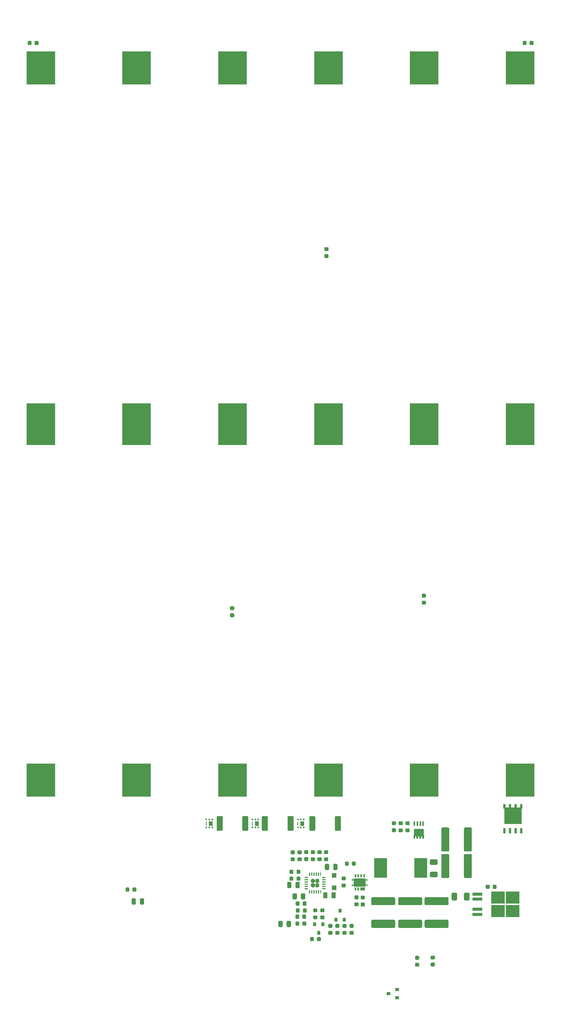
<source format=gbr>
G04 #@! TF.GenerationSoftware,KiCad,Pcbnew,(5.1.8)-1*
G04 #@! TF.CreationDate,2020-11-24T12:39:14-03:30*
G04 #@! TF.ProjectId,chum-bucket,6368756d-2d62-4756-936b-65742e6b6963,rev?*
G04 #@! TF.SameCoordinates,Original*
G04 #@! TF.FileFunction,Paste,Bot*
G04 #@! TF.FilePolarity,Positive*
%FSLAX46Y46*%
G04 Gerber Fmt 4.6, Leading zero omitted, Abs format (unit mm)*
G04 Created by KiCad (PCBNEW (5.1.8)-1) date 2020-11-24 12:39:14*
%MOMM*%
%LPD*%
G01*
G04 APERTURE LIST*
%ADD10R,6.470000X7.460000*%
%ADD11R,1.100000X1.100000*%
%ADD12R,0.800000X0.900000*%
%ADD13R,0.405000X0.990000*%
%ADD14C,0.100000*%
%ADD15R,0.900000X0.800000*%
%ADD16R,0.230000X0.820000*%
%ADD17R,0.950000X1.000000*%
%ADD18R,0.300000X0.325000*%
%ADD19R,0.610000X1.270000*%
%ADD20R,0.610000X1.020000*%
%ADD21R,3.910000X3.810000*%
%ADD22R,2.200000X0.800000*%
%ADD23R,3.050000X2.750000*%
%ADD24R,0.440000X0.650000*%
%ADD25R,2.800000X1.900000*%
%ADD26R,1.090000X0.650000*%
%ADD27R,0.350000X0.300000*%
%ADD28R,2.950000X4.500000*%
G04 APERTURE END LIST*
D10*
X176600000Y-38660000D03*
X176600000Y-118000000D03*
X154950000Y-38660000D03*
X154950000Y-118000000D03*
X133300000Y-38660000D03*
X133300000Y-118000000D03*
X111650000Y-38660000D03*
X111650000Y-118000000D03*
X90000000Y-38660000D03*
X90000000Y-118000000D03*
X90000000Y-199340000D03*
X90000000Y-120000000D03*
X111650000Y-199340000D03*
X111650000Y-120000000D03*
X133300000Y-199340000D03*
X133300000Y-120000000D03*
X154950000Y-199340000D03*
X154950000Y-120000000D03*
X176600000Y-199340000D03*
X176600000Y-120000000D03*
X198250000Y-38660000D03*
X198250000Y-118000000D03*
X198250000Y-199340000D03*
X198250000Y-120000000D03*
G36*
G01*
X87062500Y-33256250D02*
X87062500Y-32743750D01*
G75*
G02*
X87281250Y-32525000I218750J0D01*
G01*
X87718750Y-32525000D01*
G75*
G02*
X87937500Y-32743750I0J-218750D01*
G01*
X87937500Y-33256250D01*
G75*
G02*
X87718750Y-33475000I-218750J0D01*
G01*
X87281250Y-33475000D01*
G75*
G02*
X87062500Y-33256250I0J218750D01*
G01*
G37*
G36*
G01*
X88637500Y-33256250D02*
X88637500Y-32743750D01*
G75*
G02*
X88856250Y-32525000I218750J0D01*
G01*
X89293750Y-32525000D01*
G75*
G02*
X89512500Y-32743750I0J-218750D01*
G01*
X89512500Y-33256250D01*
G75*
G02*
X89293750Y-33475000I-218750J0D01*
G01*
X88856250Y-33475000D01*
G75*
G02*
X88637500Y-33256250I0J218750D01*
G01*
G37*
G36*
G01*
X199687500Y-32743750D02*
X199687500Y-33256250D01*
G75*
G02*
X199468750Y-33475000I-218750J0D01*
G01*
X199031250Y-33475000D01*
G75*
G02*
X198812500Y-33256250I0J218750D01*
G01*
X198812500Y-32743750D01*
G75*
G02*
X199031250Y-32525000I218750J0D01*
G01*
X199468750Y-32525000D01*
G75*
G02*
X199687500Y-32743750I0J-218750D01*
G01*
G37*
G36*
G01*
X201262500Y-32743750D02*
X201262500Y-33256250D01*
G75*
G02*
X201043750Y-33475000I-218750J0D01*
G01*
X200606250Y-33475000D01*
G75*
G02*
X200387500Y-33256250I0J218750D01*
G01*
X200387500Y-32743750D01*
G75*
G02*
X200606250Y-32525000I218750J0D01*
G01*
X201043750Y-32525000D01*
G75*
G02*
X201262500Y-32743750I0J-218750D01*
G01*
G37*
G36*
G01*
X147512500Y-223456250D02*
X147512500Y-222543750D01*
G75*
G02*
X147756250Y-222300000I243750J0D01*
G01*
X148243750Y-222300000D01*
G75*
G02*
X148487500Y-222543750I0J-243750D01*
G01*
X148487500Y-223456250D01*
G75*
G02*
X148243750Y-223700000I-243750J0D01*
G01*
X147756250Y-223700000D01*
G75*
G02*
X147512500Y-223456250I0J243750D01*
G01*
G37*
G36*
G01*
X145637500Y-223456250D02*
X145637500Y-222543750D01*
G75*
G02*
X145881250Y-222300000I243750J0D01*
G01*
X146368750Y-222300000D01*
G75*
G02*
X146612500Y-222543750I0J-243750D01*
G01*
X146612500Y-223456250D01*
G75*
G02*
X146368750Y-223700000I-243750J0D01*
G01*
X145881250Y-223700000D01*
G75*
G02*
X145637500Y-223456250I0J243750D01*
G01*
G37*
G36*
G01*
X154744000Y-224841750D02*
X154744000Y-225754250D01*
G75*
G02*
X154500250Y-225998000I-243750J0D01*
G01*
X154012750Y-225998000D01*
G75*
G02*
X153769000Y-225754250I0J243750D01*
G01*
X153769000Y-224841750D01*
G75*
G02*
X154012750Y-224598000I243750J0D01*
G01*
X154500250Y-224598000D01*
G75*
G02*
X154744000Y-224841750I0J-243750D01*
G01*
G37*
G36*
G01*
X156619000Y-224841750D02*
X156619000Y-225754250D01*
G75*
G02*
X156375250Y-225998000I-243750J0D01*
G01*
X155887750Y-225998000D01*
G75*
G02*
X155644000Y-225754250I0J243750D01*
G01*
X155644000Y-224841750D01*
G75*
G02*
X155887750Y-224598000I243750J0D01*
G01*
X156375250Y-224598000D01*
G75*
G02*
X156619000Y-224841750I0J-243750D01*
G01*
G37*
G36*
G01*
X161033750Y-225343000D02*
X161546250Y-225343000D01*
G75*
G02*
X161765000Y-225561750I0J-218750D01*
G01*
X161765000Y-225999250D01*
G75*
G02*
X161546250Y-226218000I-218750J0D01*
G01*
X161033750Y-226218000D01*
G75*
G02*
X160815000Y-225999250I0J218750D01*
G01*
X160815000Y-225561750D01*
G75*
G02*
X161033750Y-225343000I218750J0D01*
G01*
G37*
G36*
G01*
X161033750Y-226918000D02*
X161546250Y-226918000D01*
G75*
G02*
X161765000Y-227136750I0J-218750D01*
G01*
X161765000Y-227574250D01*
G75*
G02*
X161546250Y-227793000I-218750J0D01*
G01*
X161033750Y-227793000D01*
G75*
G02*
X160815000Y-227574250I0J218750D01*
G01*
X160815000Y-227136750D01*
G75*
G02*
X161033750Y-226918000I218750J0D01*
G01*
G37*
G36*
G01*
X162443750Y-225375000D02*
X162956250Y-225375000D01*
G75*
G02*
X163175000Y-225593750I0J-218750D01*
G01*
X163175000Y-226031250D01*
G75*
G02*
X162956250Y-226250000I-218750J0D01*
G01*
X162443750Y-226250000D01*
G75*
G02*
X162225000Y-226031250I0J218750D01*
G01*
X162225000Y-225593750D01*
G75*
G02*
X162443750Y-225375000I218750J0D01*
G01*
G37*
G36*
G01*
X162443750Y-226950000D02*
X162956250Y-226950000D01*
G75*
G02*
X163175000Y-227168750I0J-218750D01*
G01*
X163175000Y-227606250D01*
G75*
G02*
X162956250Y-227825000I-218750J0D01*
G01*
X162443750Y-227825000D01*
G75*
G02*
X162225000Y-227606250I0J218750D01*
G01*
X162225000Y-227168750D01*
G75*
G02*
X162443750Y-226950000I218750J0D01*
G01*
G37*
G36*
G01*
X170972000Y-230843500D02*
X175872000Y-230843500D01*
G75*
G02*
X176122000Y-231093500I0J-250000D01*
G01*
X176122000Y-232393500D01*
G75*
G02*
X175872000Y-232643500I-250000J0D01*
G01*
X170972000Y-232643500D01*
G75*
G02*
X170722000Y-232393500I0J250000D01*
G01*
X170722000Y-231093500D01*
G75*
G02*
X170972000Y-230843500I250000J0D01*
G01*
G37*
G36*
G01*
X170972000Y-225743500D02*
X175872000Y-225743500D01*
G75*
G02*
X176122000Y-225993500I0J-250000D01*
G01*
X176122000Y-227293500D01*
G75*
G02*
X175872000Y-227543500I-250000J0D01*
G01*
X170972000Y-227543500D01*
G75*
G02*
X170722000Y-227293500I0J250000D01*
G01*
X170722000Y-225993500D01*
G75*
G02*
X170972000Y-225743500I250000J0D01*
G01*
G37*
G36*
G01*
X149725000Y-225095750D02*
X149725000Y-226008250D01*
G75*
G02*
X149481250Y-226252000I-243750J0D01*
G01*
X148993750Y-226252000D01*
G75*
G02*
X148750000Y-226008250I0J243750D01*
G01*
X148750000Y-225095750D01*
G75*
G02*
X148993750Y-224852000I243750J0D01*
G01*
X149481250Y-224852000D01*
G75*
G02*
X149725000Y-225095750I0J-243750D01*
G01*
G37*
G36*
G01*
X147850000Y-225095750D02*
X147850000Y-226008250D01*
G75*
G02*
X147606250Y-226252000I-243750J0D01*
G01*
X147118750Y-226252000D01*
G75*
G02*
X146875000Y-226008250I0J243750D01*
G01*
X146875000Y-225095750D01*
G75*
G02*
X147118750Y-224852000I243750J0D01*
G01*
X147606250Y-224852000D01*
G75*
G02*
X147850000Y-225095750I0J-243750D01*
G01*
G37*
G36*
G01*
X154162500Y-219356250D02*
X154162500Y-218443750D01*
G75*
G02*
X154406250Y-218200000I243750J0D01*
G01*
X154893750Y-218200000D01*
G75*
G02*
X155137500Y-218443750I0J-243750D01*
G01*
X155137500Y-219356250D01*
G75*
G02*
X154893750Y-219600000I-243750J0D01*
G01*
X154406250Y-219600000D01*
G75*
G02*
X154162500Y-219356250I0J243750D01*
G01*
G37*
G36*
G01*
X156037500Y-219356250D02*
X156037500Y-218443750D01*
G75*
G02*
X156281250Y-218200000I243750J0D01*
G01*
X156768750Y-218200000D01*
G75*
G02*
X157012500Y-218443750I0J-243750D01*
G01*
X157012500Y-219356250D01*
G75*
G02*
X156768750Y-219600000I-243750J0D01*
G01*
X156281250Y-219600000D01*
G75*
G02*
X156037500Y-219356250I0J243750D01*
G01*
G37*
G36*
G01*
X176941000Y-225743500D02*
X181841000Y-225743500D01*
G75*
G02*
X182091000Y-225993500I0J-250000D01*
G01*
X182091000Y-227293500D01*
G75*
G02*
X181841000Y-227543500I-250000J0D01*
G01*
X176941000Y-227543500D01*
G75*
G02*
X176691000Y-227293500I0J250000D01*
G01*
X176691000Y-225993500D01*
G75*
G02*
X176941000Y-225743500I250000J0D01*
G01*
G37*
G36*
G01*
X176941000Y-230843500D02*
X181841000Y-230843500D01*
G75*
G02*
X182091000Y-231093500I0J-250000D01*
G01*
X182091000Y-232393500D01*
G75*
G02*
X181841000Y-232643500I-250000J0D01*
G01*
X176941000Y-232643500D01*
G75*
G02*
X176691000Y-232393500I0J250000D01*
G01*
X176691000Y-231093500D01*
G75*
G02*
X176941000Y-230843500I250000J0D01*
G01*
G37*
G36*
G01*
X158656250Y-223525000D02*
X158143750Y-223525000D01*
G75*
G02*
X157925000Y-223306250I0J218750D01*
G01*
X157925000Y-222868750D01*
G75*
G02*
X158143750Y-222650000I218750J0D01*
G01*
X158656250Y-222650000D01*
G75*
G02*
X158875000Y-222868750I0J-218750D01*
G01*
X158875000Y-223306250D01*
G75*
G02*
X158656250Y-223525000I-218750J0D01*
G01*
G37*
G36*
G01*
X158656250Y-221950000D02*
X158143750Y-221950000D01*
G75*
G02*
X157925000Y-221731250I0J218750D01*
G01*
X157925000Y-221293750D01*
G75*
G02*
X158143750Y-221075000I218750J0D01*
G01*
X158656250Y-221075000D01*
G75*
G02*
X158875000Y-221293750I0J-218750D01*
G01*
X158875000Y-221731250D01*
G75*
G02*
X158656250Y-221950000I-218750J0D01*
G01*
G37*
G36*
G01*
X164876000Y-225743500D02*
X169776000Y-225743500D01*
G75*
G02*
X170026000Y-225993500I0J-250000D01*
G01*
X170026000Y-227293500D01*
G75*
G02*
X169776000Y-227543500I-250000J0D01*
G01*
X164876000Y-227543500D01*
G75*
G02*
X164626000Y-227293500I0J250000D01*
G01*
X164626000Y-225993500D01*
G75*
G02*
X164876000Y-225743500I250000J0D01*
G01*
G37*
G36*
G01*
X164876000Y-230843500D02*
X169776000Y-230843500D01*
G75*
G02*
X170026000Y-231093500I0J-250000D01*
G01*
X170026000Y-232393500D01*
G75*
G02*
X169776000Y-232643500I-250000J0D01*
G01*
X164876000Y-232643500D01*
G75*
G02*
X164626000Y-232393500I0J250000D01*
G01*
X164626000Y-231093500D01*
G75*
G02*
X164876000Y-230843500I250000J0D01*
G01*
G37*
G36*
G01*
X147612500Y-228986250D02*
X147612500Y-228473750D01*
G75*
G02*
X147831250Y-228255000I218750J0D01*
G01*
X148268750Y-228255000D01*
G75*
G02*
X148487500Y-228473750I0J-218750D01*
G01*
X148487500Y-228986250D01*
G75*
G02*
X148268750Y-229205000I-218750J0D01*
G01*
X147831250Y-229205000D01*
G75*
G02*
X147612500Y-228986250I0J218750D01*
G01*
G37*
G36*
G01*
X149187500Y-228986250D02*
X149187500Y-228473750D01*
G75*
G02*
X149406250Y-228255000I218750J0D01*
G01*
X149843750Y-228255000D01*
G75*
G02*
X150062500Y-228473750I0J-218750D01*
G01*
X150062500Y-228986250D01*
G75*
G02*
X149843750Y-229205000I-218750J0D01*
G01*
X149406250Y-229205000D01*
G75*
G02*
X149187500Y-228986250I0J218750D01*
G01*
G37*
G36*
G01*
X146643750Y-216750000D02*
X147156250Y-216750000D01*
G75*
G02*
X147375000Y-216968750I0J-218750D01*
G01*
X147375000Y-217406250D01*
G75*
G02*
X147156250Y-217625000I-218750J0D01*
G01*
X146643750Y-217625000D01*
G75*
G02*
X146425000Y-217406250I0J218750D01*
G01*
X146425000Y-216968750D01*
G75*
G02*
X146643750Y-216750000I218750J0D01*
G01*
G37*
G36*
G01*
X146643750Y-215175000D02*
X147156250Y-215175000D01*
G75*
G02*
X147375000Y-215393750I0J-218750D01*
G01*
X147375000Y-215831250D01*
G75*
G02*
X147156250Y-216050000I-218750J0D01*
G01*
X146643750Y-216050000D01*
G75*
G02*
X146425000Y-215831250I0J218750D01*
G01*
X146425000Y-215393750D01*
G75*
G02*
X146643750Y-215175000I218750J0D01*
G01*
G37*
G36*
G01*
X148193750Y-215175000D02*
X148706250Y-215175000D01*
G75*
G02*
X148925000Y-215393750I0J-218750D01*
G01*
X148925000Y-215831250D01*
G75*
G02*
X148706250Y-216050000I-218750J0D01*
G01*
X148193750Y-216050000D01*
G75*
G02*
X147975000Y-215831250I0J218750D01*
G01*
X147975000Y-215393750D01*
G75*
G02*
X148193750Y-215175000I218750J0D01*
G01*
G37*
G36*
G01*
X148193750Y-216750000D02*
X148706250Y-216750000D01*
G75*
G02*
X148925000Y-216968750I0J-218750D01*
G01*
X148925000Y-217406250D01*
G75*
G02*
X148706250Y-217625000I-218750J0D01*
G01*
X148193750Y-217625000D01*
G75*
G02*
X147975000Y-217406250I0J218750D01*
G01*
X147975000Y-216968750D01*
G75*
G02*
X148193750Y-216750000I218750J0D01*
G01*
G37*
G36*
G01*
X185556000Y-215175000D02*
X185556000Y-210275000D01*
G75*
G02*
X185806000Y-210025000I250000J0D01*
G01*
X187106000Y-210025000D01*
G75*
G02*
X187356000Y-210275000I0J-250000D01*
G01*
X187356000Y-215175000D01*
G75*
G02*
X187106000Y-215425000I-250000J0D01*
G01*
X185806000Y-215425000D01*
G75*
G02*
X185556000Y-215175000I0J250000D01*
G01*
G37*
G36*
G01*
X180456000Y-215175000D02*
X180456000Y-210275000D01*
G75*
G02*
X180706000Y-210025000I250000J0D01*
G01*
X182006000Y-210025000D01*
G75*
G02*
X182256000Y-210275000I0J-250000D01*
G01*
X182256000Y-215175000D01*
G75*
G02*
X182006000Y-215425000I-250000J0D01*
G01*
X180706000Y-215425000D01*
G75*
G02*
X180456000Y-215175000I0J250000D01*
G01*
G37*
G36*
G01*
X180446000Y-221144000D02*
X180446000Y-216244000D01*
G75*
G02*
X180696000Y-215994000I250000J0D01*
G01*
X181996000Y-215994000D01*
G75*
G02*
X182246000Y-216244000I0J-250000D01*
G01*
X182246000Y-221144000D01*
G75*
G02*
X181996000Y-221394000I-250000J0D01*
G01*
X180696000Y-221394000D01*
G75*
G02*
X180446000Y-221144000I0J250000D01*
G01*
G37*
G36*
G01*
X185546000Y-221144000D02*
X185546000Y-216244000D01*
G75*
G02*
X185796000Y-215994000I250000J0D01*
G01*
X187096000Y-215994000D01*
G75*
G02*
X187346000Y-216244000I0J-250000D01*
G01*
X187346000Y-221144000D01*
G75*
G02*
X187096000Y-221394000I-250000J0D01*
G01*
X185796000Y-221394000D01*
G75*
G02*
X185546000Y-221144000I0J250000D01*
G01*
G37*
G36*
G01*
X156743750Y-231762500D02*
X157256250Y-231762500D01*
G75*
G02*
X157475000Y-231981250I0J-218750D01*
G01*
X157475000Y-232418750D01*
G75*
G02*
X157256250Y-232637500I-218750J0D01*
G01*
X156743750Y-232637500D01*
G75*
G02*
X156525000Y-232418750I0J218750D01*
G01*
X156525000Y-231981250D01*
G75*
G02*
X156743750Y-231762500I218750J0D01*
G01*
G37*
G36*
G01*
X156743750Y-233337500D02*
X157256250Y-233337500D01*
G75*
G02*
X157475000Y-233556250I0J-218750D01*
G01*
X157475000Y-233993750D01*
G75*
G02*
X157256250Y-234212500I-218750J0D01*
G01*
X156743750Y-234212500D01*
G75*
G02*
X156525000Y-233993750I0J218750D01*
G01*
X156525000Y-233556250D01*
G75*
G02*
X156743750Y-233337500I218750J0D01*
G01*
G37*
G36*
G01*
X153244000Y-234947750D02*
X153244000Y-235460250D01*
G75*
G02*
X153025250Y-235679000I-218750J0D01*
G01*
X152587750Y-235679000D01*
G75*
G02*
X152369000Y-235460250I0J218750D01*
G01*
X152369000Y-234947750D01*
G75*
G02*
X152587750Y-234729000I218750J0D01*
G01*
X153025250Y-234729000D01*
G75*
G02*
X153244000Y-234947750I0J-218750D01*
G01*
G37*
G36*
G01*
X151669000Y-234947750D02*
X151669000Y-235460250D01*
G75*
G02*
X151450250Y-235679000I-218750J0D01*
G01*
X151012750Y-235679000D01*
G75*
G02*
X150794000Y-235460250I0J218750D01*
G01*
X150794000Y-234947750D01*
G75*
G02*
X151012750Y-234729000I218750J0D01*
G01*
X151450250Y-234729000D01*
G75*
G02*
X151669000Y-234947750I0J-218750D01*
G01*
G37*
G36*
G01*
X158675000Y-218442250D02*
X158675000Y-217929750D01*
G75*
G02*
X158893750Y-217711000I218750J0D01*
G01*
X159331250Y-217711000D01*
G75*
G02*
X159550000Y-217929750I0J-218750D01*
G01*
X159550000Y-218442250D01*
G75*
G02*
X159331250Y-218661000I-218750J0D01*
G01*
X158893750Y-218661000D01*
G75*
G02*
X158675000Y-218442250I0J218750D01*
G01*
G37*
G36*
G01*
X160250000Y-218442250D02*
X160250000Y-217929750D01*
G75*
G02*
X160468750Y-217711000I218750J0D01*
G01*
X160906250Y-217711000D01*
G75*
G02*
X161125000Y-217929750I0J-218750D01*
G01*
X161125000Y-218442250D01*
G75*
G02*
X160906250Y-218661000I-218750J0D01*
G01*
X160468750Y-218661000D01*
G75*
G02*
X160250000Y-218442250I0J218750D01*
G01*
G37*
G36*
G01*
X112385500Y-227151250D02*
X112385500Y-226238750D01*
G75*
G02*
X112629250Y-225995000I243750J0D01*
G01*
X113116750Y-225995000D01*
G75*
G02*
X113360500Y-226238750I0J-243750D01*
G01*
X113360500Y-227151250D01*
G75*
G02*
X113116750Y-227395000I-243750J0D01*
G01*
X112629250Y-227395000D01*
G75*
G02*
X112385500Y-227151250I0J243750D01*
G01*
G37*
G36*
G01*
X110510500Y-227151250D02*
X110510500Y-226238750D01*
G75*
G02*
X110754250Y-225995000I243750J0D01*
G01*
X111241750Y-225995000D01*
G75*
G02*
X111485500Y-226238750I0J-243750D01*
G01*
X111485500Y-227151250D01*
G75*
G02*
X111241750Y-227395000I-243750J0D01*
G01*
X110754250Y-227395000D01*
G75*
G02*
X110510500Y-227151250I0J243750D01*
G01*
G37*
G36*
G01*
X145532500Y-232231250D02*
X145532500Y-231318750D01*
G75*
G02*
X145776250Y-231075000I243750J0D01*
G01*
X146263750Y-231075000D01*
G75*
G02*
X146507500Y-231318750I0J-243750D01*
G01*
X146507500Y-232231250D01*
G75*
G02*
X146263750Y-232475000I-243750J0D01*
G01*
X145776250Y-232475000D01*
G75*
G02*
X145532500Y-232231250I0J243750D01*
G01*
G37*
G36*
G01*
X143657500Y-232231250D02*
X143657500Y-231318750D01*
G75*
G02*
X143901250Y-231075000I243750J0D01*
G01*
X144388750Y-231075000D01*
G75*
G02*
X144632500Y-231318750I0J-243750D01*
G01*
X144632500Y-232231250D01*
G75*
G02*
X144388750Y-232475000I-243750J0D01*
G01*
X143901250Y-232475000D01*
G75*
G02*
X143657500Y-232231250I0J243750D01*
G01*
G37*
D11*
X156250000Y-223600000D03*
X156250000Y-220800000D03*
D12*
X157600000Y-228800000D03*
X156650000Y-230800000D03*
X158550000Y-230800000D03*
X151850000Y-231800000D03*
X153750000Y-231800000D03*
X152800000Y-233800000D03*
D13*
X175030000Y-209177000D03*
X174370000Y-209177000D03*
D14*
G36*
X176147500Y-212542000D02*
G01*
X176147500Y-212032000D01*
X175892500Y-212032000D01*
X175892500Y-212542000D01*
X175487500Y-212542000D01*
X175487500Y-212032000D01*
X175232500Y-212032000D01*
X175232500Y-212542000D01*
X174827500Y-212542000D01*
X174827500Y-212032000D01*
X174572500Y-212032000D01*
X174572500Y-212542000D01*
X174165000Y-212542000D01*
X174165000Y-211782000D01*
X174242500Y-211782000D01*
X174242500Y-210307000D01*
X176477500Y-210307000D01*
X176477500Y-211782000D01*
X176555000Y-211782000D01*
X176555000Y-212542000D01*
X176147500Y-212542000D01*
G37*
D13*
X175690000Y-209177000D03*
X176350000Y-209177000D03*
D15*
X170500000Y-246550000D03*
X170500000Y-248450000D03*
X168500000Y-247500000D03*
D16*
X148065000Y-209100000D03*
D17*
X149075000Y-209100000D03*
D18*
X148100000Y-208237500D03*
X149400000Y-208237500D03*
X148750000Y-208237500D03*
X148100000Y-209962500D03*
X149400000Y-209962500D03*
X148750000Y-209962500D03*
X138450000Y-209962500D03*
X139100000Y-209962500D03*
X137800000Y-209962500D03*
X138450000Y-208237500D03*
X139100000Y-208237500D03*
X137800000Y-208237500D03*
D17*
X138775000Y-209100000D03*
D16*
X137765000Y-209100000D03*
D18*
X128050000Y-209962500D03*
X128700000Y-209962500D03*
X127400000Y-209962500D03*
X128050000Y-208237500D03*
X128700000Y-208237500D03*
X127400000Y-208237500D03*
D17*
X128375000Y-209100000D03*
D16*
X127365000Y-209100000D03*
D19*
X194691000Y-210742000D03*
D20*
X197231000Y-205277000D03*
D19*
X195961000Y-210742000D03*
X198501000Y-210742000D03*
D20*
X194691000Y-205277000D03*
D21*
X196596000Y-207382000D03*
D20*
X198501000Y-205277000D03*
X195961000Y-205277000D03*
D19*
X197231000Y-210742000D03*
G36*
G01*
X146175000Y-221806250D02*
X146175000Y-221293750D01*
G75*
G02*
X146393750Y-221075000I218750J0D01*
G01*
X146831250Y-221075000D01*
G75*
G02*
X147050000Y-221293750I0J-218750D01*
G01*
X147050000Y-221806250D01*
G75*
G02*
X146831250Y-222025000I-218750J0D01*
G01*
X146393750Y-222025000D01*
G75*
G02*
X146175000Y-221806250I0J218750D01*
G01*
G37*
G36*
G01*
X147750000Y-221806250D02*
X147750000Y-221293750D01*
G75*
G02*
X147968750Y-221075000I218750J0D01*
G01*
X148406250Y-221075000D01*
G75*
G02*
X148625000Y-221293750I0J-218750D01*
G01*
X148625000Y-221806250D01*
G75*
G02*
X148406250Y-222025000I-218750J0D01*
G01*
X147968750Y-222025000D01*
G75*
G02*
X147750000Y-221806250I0J218750D01*
G01*
G37*
G36*
G01*
X147050000Y-219743750D02*
X147050000Y-220256250D01*
G75*
G02*
X146831250Y-220475000I-218750J0D01*
G01*
X146393750Y-220475000D01*
G75*
G02*
X146175000Y-220256250I0J218750D01*
G01*
X146175000Y-219743750D01*
G75*
G02*
X146393750Y-219525000I218750J0D01*
G01*
X146831250Y-219525000D01*
G75*
G02*
X147050000Y-219743750I0J-218750D01*
G01*
G37*
G36*
G01*
X148625000Y-219743750D02*
X148625000Y-220256250D01*
G75*
G02*
X148406250Y-220475000I-218750J0D01*
G01*
X147968750Y-220475000D01*
G75*
G02*
X147750000Y-220256250I0J218750D01*
G01*
X147750000Y-219743750D01*
G75*
G02*
X147968750Y-219525000I218750J0D01*
G01*
X148406250Y-219525000D01*
G75*
G02*
X148625000Y-219743750I0J-218750D01*
G01*
G37*
G36*
G01*
X149693750Y-216700000D02*
X150206250Y-216700000D01*
G75*
G02*
X150425000Y-216918750I0J-218750D01*
G01*
X150425000Y-217356250D01*
G75*
G02*
X150206250Y-217575000I-218750J0D01*
G01*
X149693750Y-217575000D01*
G75*
G02*
X149475000Y-217356250I0J218750D01*
G01*
X149475000Y-216918750D01*
G75*
G02*
X149693750Y-216700000I218750J0D01*
G01*
G37*
G36*
G01*
X149693750Y-215125000D02*
X150206250Y-215125000D01*
G75*
G02*
X150425000Y-215343750I0J-218750D01*
G01*
X150425000Y-215781250D01*
G75*
G02*
X150206250Y-216000000I-218750J0D01*
G01*
X149693750Y-216000000D01*
G75*
G02*
X149475000Y-215781250I0J218750D01*
G01*
X149475000Y-215343750D01*
G75*
G02*
X149693750Y-215125000I218750J0D01*
G01*
G37*
G36*
G01*
X151706250Y-217612500D02*
X151193750Y-217612500D01*
G75*
G02*
X150975000Y-217393750I0J218750D01*
G01*
X150975000Y-216956250D01*
G75*
G02*
X151193750Y-216737500I218750J0D01*
G01*
X151706250Y-216737500D01*
G75*
G02*
X151925000Y-216956250I0J-218750D01*
G01*
X151925000Y-217393750D01*
G75*
G02*
X151706250Y-217612500I-218750J0D01*
G01*
G37*
G36*
G01*
X151706250Y-216037500D02*
X151193750Y-216037500D01*
G75*
G02*
X150975000Y-215818750I0J218750D01*
G01*
X150975000Y-215381250D01*
G75*
G02*
X151193750Y-215162500I218750J0D01*
G01*
X151706250Y-215162500D01*
G75*
G02*
X151925000Y-215381250I0J-218750D01*
G01*
X151925000Y-215818750D01*
G75*
G02*
X151706250Y-216037500I-218750J0D01*
G01*
G37*
G36*
G01*
X154193750Y-215162500D02*
X154706250Y-215162500D01*
G75*
G02*
X154925000Y-215381250I0J-218750D01*
G01*
X154925000Y-215818750D01*
G75*
G02*
X154706250Y-216037500I-218750J0D01*
G01*
X154193750Y-216037500D01*
G75*
G02*
X153975000Y-215818750I0J218750D01*
G01*
X153975000Y-215381250D01*
G75*
G02*
X154193750Y-215162500I218750J0D01*
G01*
G37*
G36*
G01*
X154193750Y-216737500D02*
X154706250Y-216737500D01*
G75*
G02*
X154925000Y-216956250I0J-218750D01*
G01*
X154925000Y-217393750D01*
G75*
G02*
X154706250Y-217612500I-218750J0D01*
G01*
X154193750Y-217612500D01*
G75*
G02*
X153975000Y-217393750I0J218750D01*
G01*
X153975000Y-216956250D01*
G75*
G02*
X154193750Y-216737500I218750J0D01*
G01*
G37*
G36*
G01*
X153206250Y-216037500D02*
X152693750Y-216037500D01*
G75*
G02*
X152475000Y-215818750I0J218750D01*
G01*
X152475000Y-215381250D01*
G75*
G02*
X152693750Y-215162500I218750J0D01*
G01*
X153206250Y-215162500D01*
G75*
G02*
X153425000Y-215381250I0J-218750D01*
G01*
X153425000Y-215818750D01*
G75*
G02*
X153206250Y-216037500I-218750J0D01*
G01*
G37*
G36*
G01*
X153206250Y-217612500D02*
X152693750Y-217612500D01*
G75*
G02*
X152475000Y-217393750I0J218750D01*
G01*
X152475000Y-216956250D01*
G75*
G02*
X152693750Y-216737500I218750J0D01*
G01*
X153206250Y-216737500D01*
G75*
G02*
X153425000Y-216956250I0J-218750D01*
G01*
X153425000Y-217393750D01*
G75*
G02*
X153206250Y-217612500I-218750J0D01*
G01*
G37*
G36*
G01*
X192050000Y-223656250D02*
X192050000Y-223143750D01*
G75*
G02*
X192268750Y-222925000I218750J0D01*
G01*
X192706250Y-222925000D01*
G75*
G02*
X192925000Y-223143750I0J-218750D01*
G01*
X192925000Y-223656250D01*
G75*
G02*
X192706250Y-223875000I-218750J0D01*
G01*
X192268750Y-223875000D01*
G75*
G02*
X192050000Y-223656250I0J218750D01*
G01*
G37*
G36*
G01*
X190475000Y-223656250D02*
X190475000Y-223143750D01*
G75*
G02*
X190693750Y-222925000I218750J0D01*
G01*
X191131250Y-222925000D01*
G75*
G02*
X191350000Y-223143750I0J-218750D01*
G01*
X191350000Y-223656250D01*
G75*
G02*
X191131250Y-223875000I-218750J0D01*
G01*
X190693750Y-223875000D01*
G75*
G02*
X190475000Y-223656250I0J218750D01*
G01*
G37*
G36*
G01*
X174715750Y-240542000D02*
X175228250Y-240542000D01*
G75*
G02*
X175447000Y-240760750I0J-218750D01*
G01*
X175447000Y-241198250D01*
G75*
G02*
X175228250Y-241417000I-218750J0D01*
G01*
X174715750Y-241417000D01*
G75*
G02*
X174497000Y-241198250I0J218750D01*
G01*
X174497000Y-240760750D01*
G75*
G02*
X174715750Y-240542000I218750J0D01*
G01*
G37*
G36*
G01*
X174715750Y-238967000D02*
X175228250Y-238967000D01*
G75*
G02*
X175447000Y-239185750I0J-218750D01*
G01*
X175447000Y-239623250D01*
G75*
G02*
X175228250Y-239842000I-218750J0D01*
G01*
X174715750Y-239842000D01*
G75*
G02*
X174497000Y-239623250I0J218750D01*
G01*
X174497000Y-239185750D01*
G75*
G02*
X174715750Y-238967000I218750J0D01*
G01*
G37*
G36*
G01*
X178265750Y-238917000D02*
X178778250Y-238917000D01*
G75*
G02*
X178997000Y-239135750I0J-218750D01*
G01*
X178997000Y-239573250D01*
G75*
G02*
X178778250Y-239792000I-218750J0D01*
G01*
X178265750Y-239792000D01*
G75*
G02*
X178047000Y-239573250I0J218750D01*
G01*
X178047000Y-239135750D01*
G75*
G02*
X178265750Y-238917000I218750J0D01*
G01*
G37*
G36*
G01*
X178265750Y-240492000D02*
X178778250Y-240492000D01*
G75*
G02*
X178997000Y-240710750I0J-218750D01*
G01*
X178997000Y-241148250D01*
G75*
G02*
X178778250Y-241367000I-218750J0D01*
G01*
X178265750Y-241367000D01*
G75*
G02*
X178047000Y-241148250I0J218750D01*
G01*
X178047000Y-240710750D01*
G75*
G02*
X178265750Y-240492000I218750J0D01*
G01*
G37*
G36*
G01*
X182775000Y-226225000D02*
X182775000Y-224975000D01*
G75*
G02*
X183025000Y-224725000I250000J0D01*
G01*
X183775000Y-224725000D01*
G75*
G02*
X184025000Y-224975000I0J-250000D01*
G01*
X184025000Y-226225000D01*
G75*
G02*
X183775000Y-226475000I-250000J0D01*
G01*
X183025000Y-226475000D01*
G75*
G02*
X182775000Y-226225000I0J250000D01*
G01*
G37*
G36*
G01*
X185575000Y-226225000D02*
X185575000Y-224975000D01*
G75*
G02*
X185825000Y-224725000I250000J0D01*
G01*
X186575000Y-224725000D01*
G75*
G02*
X186825000Y-224975000I0J-250000D01*
G01*
X186825000Y-226225000D01*
G75*
G02*
X186575000Y-226475000I-250000J0D01*
G01*
X185825000Y-226475000D01*
G75*
G02*
X185575000Y-226225000I0J250000D01*
G01*
G37*
G36*
G01*
X149062500Y-230386250D02*
X149062500Y-229873750D01*
G75*
G02*
X149281250Y-229655000I218750J0D01*
G01*
X149718750Y-229655000D01*
G75*
G02*
X149937500Y-229873750I0J-218750D01*
G01*
X149937500Y-230386250D01*
G75*
G02*
X149718750Y-230605000I-218750J0D01*
G01*
X149281250Y-230605000D01*
G75*
G02*
X149062500Y-230386250I0J218750D01*
G01*
G37*
G36*
G01*
X147487500Y-230386250D02*
X147487500Y-229873750D01*
G75*
G02*
X147706250Y-229655000I218750J0D01*
G01*
X148143750Y-229655000D01*
G75*
G02*
X148362500Y-229873750I0J-218750D01*
G01*
X148362500Y-230386250D01*
G75*
G02*
X148143750Y-230605000I-218750J0D01*
G01*
X147706250Y-230605000D01*
G75*
G02*
X147487500Y-230386250I0J218750D01*
G01*
G37*
G36*
G01*
X148387500Y-231423750D02*
X148387500Y-231936250D01*
G75*
G02*
X148168750Y-232155000I-218750J0D01*
G01*
X147731250Y-232155000D01*
G75*
G02*
X147512500Y-231936250I0J218750D01*
G01*
X147512500Y-231423750D01*
G75*
G02*
X147731250Y-231205000I218750J0D01*
G01*
X148168750Y-231205000D01*
G75*
G02*
X148387500Y-231423750I0J-218750D01*
G01*
G37*
G36*
G01*
X149962500Y-231423750D02*
X149962500Y-231936250D01*
G75*
G02*
X149743750Y-232155000I-218750J0D01*
G01*
X149306250Y-232155000D01*
G75*
G02*
X149087500Y-231936250I0J218750D01*
G01*
X149087500Y-231423750D01*
G75*
G02*
X149306250Y-231205000I218750J0D01*
G01*
X149743750Y-231205000D01*
G75*
G02*
X149962500Y-231423750I0J-218750D01*
G01*
G37*
G36*
G01*
X149137500Y-227436250D02*
X149137500Y-226923750D01*
G75*
G02*
X149356250Y-226705000I218750J0D01*
G01*
X149793750Y-226705000D01*
G75*
G02*
X150012500Y-226923750I0J-218750D01*
G01*
X150012500Y-227436250D01*
G75*
G02*
X149793750Y-227655000I-218750J0D01*
G01*
X149356250Y-227655000D01*
G75*
G02*
X149137500Y-227436250I0J218750D01*
G01*
G37*
G36*
G01*
X147562500Y-227436250D02*
X147562500Y-226923750D01*
G75*
G02*
X147781250Y-226705000I218750J0D01*
G01*
X148218750Y-226705000D01*
G75*
G02*
X148437500Y-226923750I0J-218750D01*
G01*
X148437500Y-227436250D01*
G75*
G02*
X148218750Y-227655000I-218750J0D01*
G01*
X147781250Y-227655000D01*
G75*
G02*
X147562500Y-227436250I0J218750D01*
G01*
G37*
G36*
G01*
X178115000Y-219995000D02*
X179365000Y-219995000D01*
G75*
G02*
X179615000Y-220245000I0J-250000D01*
G01*
X179615000Y-220995000D01*
G75*
G02*
X179365000Y-221245000I-250000J0D01*
G01*
X178115000Y-221245000D01*
G75*
G02*
X177865000Y-220995000I0J250000D01*
G01*
X177865000Y-220245000D01*
G75*
G02*
X178115000Y-219995000I250000J0D01*
G01*
G37*
G36*
G01*
X178115000Y-217195000D02*
X179365000Y-217195000D01*
G75*
G02*
X179615000Y-217445000I0J-250000D01*
G01*
X179615000Y-218195000D01*
G75*
G02*
X179365000Y-218445000I-250000J0D01*
G01*
X178115000Y-218445000D01*
G75*
G02*
X177865000Y-218195000I0J250000D01*
G01*
X177865000Y-217445000D01*
G75*
G02*
X178115000Y-217195000I250000J0D01*
G01*
G37*
G36*
G01*
X158856250Y-234237500D02*
X158343750Y-234237500D01*
G75*
G02*
X158125000Y-234018750I0J218750D01*
G01*
X158125000Y-233581250D01*
G75*
G02*
X158343750Y-233362500I218750J0D01*
G01*
X158856250Y-233362500D01*
G75*
G02*
X159075000Y-233581250I0J-218750D01*
G01*
X159075000Y-234018750D01*
G75*
G02*
X158856250Y-234237500I-218750J0D01*
G01*
G37*
G36*
G01*
X158856250Y-232662500D02*
X158343750Y-232662500D01*
G75*
G02*
X158125000Y-232443750I0J218750D01*
G01*
X158125000Y-232006250D01*
G75*
G02*
X158343750Y-231787500I218750J0D01*
G01*
X158856250Y-231787500D01*
G75*
G02*
X159075000Y-232006250I0J-218750D01*
G01*
X159075000Y-232443750D01*
G75*
G02*
X158856250Y-232662500I-218750J0D01*
G01*
G37*
G36*
G01*
X155656250Y-234237500D02*
X155143750Y-234237500D01*
G75*
G02*
X154925000Y-234018750I0J218750D01*
G01*
X154925000Y-233581250D01*
G75*
G02*
X155143750Y-233362500I218750J0D01*
G01*
X155656250Y-233362500D01*
G75*
G02*
X155875000Y-233581250I0J-218750D01*
G01*
X155875000Y-234018750D01*
G75*
G02*
X155656250Y-234237500I-218750J0D01*
G01*
G37*
G36*
G01*
X155656250Y-232662500D02*
X155143750Y-232662500D01*
G75*
G02*
X154925000Y-232443750I0J218750D01*
G01*
X154925000Y-232006250D01*
G75*
G02*
X155143750Y-231787500I218750J0D01*
G01*
X155656250Y-231787500D01*
G75*
G02*
X155875000Y-232006250I0J-218750D01*
G01*
X155875000Y-232443750D01*
G75*
G02*
X155656250Y-232662500I-218750J0D01*
G01*
G37*
G36*
G01*
X153856250Y-229162500D02*
X153343750Y-229162500D01*
G75*
G02*
X153125000Y-228943750I0J218750D01*
G01*
X153125000Y-228506250D01*
G75*
G02*
X153343750Y-228287500I218750J0D01*
G01*
X153856250Y-228287500D01*
G75*
G02*
X154075000Y-228506250I0J-218750D01*
G01*
X154075000Y-228943750D01*
G75*
G02*
X153856250Y-229162500I-218750J0D01*
G01*
G37*
G36*
G01*
X153856250Y-230737500D02*
X153343750Y-230737500D01*
G75*
G02*
X153125000Y-230518750I0J218750D01*
G01*
X153125000Y-230081250D01*
G75*
G02*
X153343750Y-229862500I218750J0D01*
G01*
X153856250Y-229862500D01*
G75*
G02*
X154075000Y-230081250I0J-218750D01*
G01*
X154075000Y-230518750D01*
G75*
G02*
X153856250Y-230737500I-218750J0D01*
G01*
G37*
G36*
G01*
X150625000Y-210525001D02*
X150625000Y-207674999D01*
G75*
G02*
X150874999Y-207425000I249999J0D01*
G01*
X151725001Y-207425000D01*
G75*
G02*
X151975000Y-207674999I0J-249999D01*
G01*
X151975000Y-210525001D01*
G75*
G02*
X151725001Y-210775000I-249999J0D01*
G01*
X150874999Y-210775000D01*
G75*
G02*
X150625000Y-210525001I0J249999D01*
G01*
G37*
G36*
G01*
X156425000Y-210525001D02*
X156425000Y-207674999D01*
G75*
G02*
X156674999Y-207425000I249999J0D01*
G01*
X157525001Y-207425000D01*
G75*
G02*
X157775000Y-207674999I0J-249999D01*
G01*
X157775000Y-210525001D01*
G75*
G02*
X157525001Y-210775000I-249999J0D01*
G01*
X156674999Y-210775000D01*
G75*
G02*
X156425000Y-210525001I0J249999D01*
G01*
G37*
G36*
G01*
X145725000Y-210525001D02*
X145725000Y-207674999D01*
G75*
G02*
X145974999Y-207425000I249999J0D01*
G01*
X146825001Y-207425000D01*
G75*
G02*
X147075000Y-207674999I0J-249999D01*
G01*
X147075000Y-210525001D01*
G75*
G02*
X146825001Y-210775000I-249999J0D01*
G01*
X145974999Y-210775000D01*
G75*
G02*
X145725000Y-210525001I0J249999D01*
G01*
G37*
G36*
G01*
X139925000Y-210525001D02*
X139925000Y-207674999D01*
G75*
G02*
X140174999Y-207425000I249999J0D01*
G01*
X141025001Y-207425000D01*
G75*
G02*
X141275000Y-207674999I0J-249999D01*
G01*
X141275000Y-210525001D01*
G75*
G02*
X141025001Y-210775000I-249999J0D01*
G01*
X140174999Y-210775000D01*
G75*
G02*
X139925000Y-210525001I0J249999D01*
G01*
G37*
G36*
G01*
X129725000Y-210525001D02*
X129725000Y-207674999D01*
G75*
G02*
X129974999Y-207425000I249999J0D01*
G01*
X130825001Y-207425000D01*
G75*
G02*
X131075000Y-207674999I0J-249999D01*
G01*
X131075000Y-210525001D01*
G75*
G02*
X130825001Y-210775000I-249999J0D01*
G01*
X129974999Y-210775000D01*
G75*
G02*
X129725000Y-210525001I0J249999D01*
G01*
G37*
G36*
G01*
X135525000Y-210525001D02*
X135525000Y-207674999D01*
G75*
G02*
X135774999Y-207425000I249999J0D01*
G01*
X136625001Y-207425000D01*
G75*
G02*
X136875000Y-207674999I0J-249999D01*
G01*
X136875000Y-210525001D01*
G75*
G02*
X136625001Y-210775000I-249999J0D01*
G01*
X135774999Y-210775000D01*
G75*
G02*
X135525000Y-210525001I0J249999D01*
G01*
G37*
G36*
G01*
X160456250Y-234225000D02*
X159943750Y-234225000D01*
G75*
G02*
X159725000Y-234006250I0J218750D01*
G01*
X159725000Y-233568750D01*
G75*
G02*
X159943750Y-233350000I218750J0D01*
G01*
X160456250Y-233350000D01*
G75*
G02*
X160675000Y-233568750I0J-218750D01*
G01*
X160675000Y-234006250D01*
G75*
G02*
X160456250Y-234225000I-218750J0D01*
G01*
G37*
G36*
G01*
X160456250Y-232650000D02*
X159943750Y-232650000D01*
G75*
G02*
X159725000Y-232431250I0J218750D01*
G01*
X159725000Y-231993750D01*
G75*
G02*
X159943750Y-231775000I218750J0D01*
G01*
X160456250Y-231775000D01*
G75*
G02*
X160675000Y-231993750I0J-218750D01*
G01*
X160675000Y-232431250D01*
G75*
G02*
X160456250Y-232650000I-218750J0D01*
G01*
G37*
G36*
G01*
X154243750Y-80637500D02*
X154756250Y-80637500D01*
G75*
G02*
X154975000Y-80856250I0J-218750D01*
G01*
X154975000Y-81293750D01*
G75*
G02*
X154756250Y-81512500I-218750J0D01*
G01*
X154243750Y-81512500D01*
G75*
G02*
X154025000Y-81293750I0J218750D01*
G01*
X154025000Y-80856250D01*
G75*
G02*
X154243750Y-80637500I218750J0D01*
G01*
G37*
G36*
G01*
X154243750Y-79062500D02*
X154756250Y-79062500D01*
G75*
G02*
X154975000Y-79281250I0J-218750D01*
G01*
X154975000Y-79718750D01*
G75*
G02*
X154756250Y-79937500I-218750J0D01*
G01*
X154243750Y-79937500D01*
G75*
G02*
X154025000Y-79718750I0J218750D01*
G01*
X154025000Y-79281250D01*
G75*
G02*
X154243750Y-79062500I218750J0D01*
G01*
G37*
G36*
G01*
X133479250Y-160978000D02*
X132966750Y-160978000D01*
G75*
G02*
X132748000Y-160759250I0J218750D01*
G01*
X132748000Y-160321750D01*
G75*
G02*
X132966750Y-160103000I218750J0D01*
G01*
X133479250Y-160103000D01*
G75*
G02*
X133698000Y-160321750I0J-218750D01*
G01*
X133698000Y-160759250D01*
G75*
G02*
X133479250Y-160978000I-218750J0D01*
G01*
G37*
G36*
G01*
X133479250Y-162553000D02*
X132966750Y-162553000D01*
G75*
G02*
X132748000Y-162334250I0J218750D01*
G01*
X132748000Y-161896750D01*
G75*
G02*
X132966750Y-161678000I218750J0D01*
G01*
X133479250Y-161678000D01*
G75*
G02*
X133698000Y-161896750I0J-218750D01*
G01*
X133698000Y-162334250D01*
G75*
G02*
X133479250Y-162553000I-218750J0D01*
G01*
G37*
G36*
G01*
X176243750Y-158850000D02*
X176756250Y-158850000D01*
G75*
G02*
X176975000Y-159068750I0J-218750D01*
G01*
X176975000Y-159506250D01*
G75*
G02*
X176756250Y-159725000I-218750J0D01*
G01*
X176243750Y-159725000D01*
G75*
G02*
X176025000Y-159506250I0J218750D01*
G01*
X176025000Y-159068750D01*
G75*
G02*
X176243750Y-158850000I218750J0D01*
G01*
G37*
G36*
G01*
X176243750Y-157275000D02*
X176756250Y-157275000D01*
G75*
G02*
X176975000Y-157493750I0J-218750D01*
G01*
X176975000Y-157931250D01*
G75*
G02*
X176756250Y-158150000I-218750J0D01*
G01*
X176243750Y-158150000D01*
G75*
G02*
X176025000Y-157931250I0J218750D01*
G01*
X176025000Y-157493750D01*
G75*
G02*
X176243750Y-157275000I218750J0D01*
G01*
G37*
D22*
X188586000Y-229610000D03*
X188586000Y-228470000D03*
X188586000Y-226190000D03*
X188586000Y-225050000D03*
D23*
X196561000Y-225805000D03*
X193211000Y-228855000D03*
X196561000Y-228855000D03*
X193211000Y-225805000D03*
G36*
G01*
X153262500Y-224925000D02*
X153137500Y-224925000D01*
G75*
G02*
X153075000Y-224862500I0J62500D01*
G01*
X153075000Y-224212500D01*
G75*
G02*
X153137500Y-224150000I62500J0D01*
G01*
X153262500Y-224150000D01*
G75*
G02*
X153325000Y-224212500I0J-62500D01*
G01*
X153325000Y-224862500D01*
G75*
G02*
X153262500Y-224925000I-62500J0D01*
G01*
G37*
G36*
G01*
X152762500Y-224925000D02*
X152637500Y-224925000D01*
G75*
G02*
X152575000Y-224862500I0J62500D01*
G01*
X152575000Y-224212500D01*
G75*
G02*
X152637500Y-224150000I62500J0D01*
G01*
X152762500Y-224150000D01*
G75*
G02*
X152825000Y-224212500I0J-62500D01*
G01*
X152825000Y-224862500D01*
G75*
G02*
X152762500Y-224925000I-62500J0D01*
G01*
G37*
G36*
G01*
X152262500Y-224925000D02*
X152137500Y-224925000D01*
G75*
G02*
X152075000Y-224862500I0J62500D01*
G01*
X152075000Y-224212500D01*
G75*
G02*
X152137500Y-224150000I62500J0D01*
G01*
X152262500Y-224150000D01*
G75*
G02*
X152325000Y-224212500I0J-62500D01*
G01*
X152325000Y-224862500D01*
G75*
G02*
X152262500Y-224925000I-62500J0D01*
G01*
G37*
G36*
G01*
X151762500Y-224925000D02*
X151637500Y-224925000D01*
G75*
G02*
X151575000Y-224862500I0J62500D01*
G01*
X151575000Y-224212500D01*
G75*
G02*
X151637500Y-224150000I62500J0D01*
G01*
X151762500Y-224150000D01*
G75*
G02*
X151825000Y-224212500I0J-62500D01*
G01*
X151825000Y-224862500D01*
G75*
G02*
X151762500Y-224925000I-62500J0D01*
G01*
G37*
G36*
G01*
X151262500Y-224925000D02*
X151137500Y-224925000D01*
G75*
G02*
X151075000Y-224862500I0J62500D01*
G01*
X151075000Y-224212500D01*
G75*
G02*
X151137500Y-224150000I62500J0D01*
G01*
X151262500Y-224150000D01*
G75*
G02*
X151325000Y-224212500I0J-62500D01*
G01*
X151325000Y-224862500D01*
G75*
G02*
X151262500Y-224925000I-62500J0D01*
G01*
G37*
G36*
G01*
X150762500Y-224925000D02*
X150637500Y-224925000D01*
G75*
G02*
X150575000Y-224862500I0J62500D01*
G01*
X150575000Y-224212500D01*
G75*
G02*
X150637500Y-224150000I62500J0D01*
G01*
X150762500Y-224150000D01*
G75*
G02*
X150825000Y-224212500I0J-62500D01*
G01*
X150825000Y-224862500D01*
G75*
G02*
X150762500Y-224925000I-62500J0D01*
G01*
G37*
G36*
G01*
X150287500Y-223925000D02*
X149637500Y-223925000D01*
G75*
G02*
X149575000Y-223862500I0J62500D01*
G01*
X149575000Y-223737500D01*
G75*
G02*
X149637500Y-223675000I62500J0D01*
G01*
X150287500Y-223675000D01*
G75*
G02*
X150350000Y-223737500I0J-62500D01*
G01*
X150350000Y-223862500D01*
G75*
G02*
X150287500Y-223925000I-62500J0D01*
G01*
G37*
G36*
G01*
X150287500Y-223425000D02*
X149637500Y-223425000D01*
G75*
G02*
X149575000Y-223362500I0J62500D01*
G01*
X149575000Y-223237500D01*
G75*
G02*
X149637500Y-223175000I62500J0D01*
G01*
X150287500Y-223175000D01*
G75*
G02*
X150350000Y-223237500I0J-62500D01*
G01*
X150350000Y-223362500D01*
G75*
G02*
X150287500Y-223425000I-62500J0D01*
G01*
G37*
G36*
G01*
X150287500Y-222925000D02*
X149637500Y-222925000D01*
G75*
G02*
X149575000Y-222862500I0J62500D01*
G01*
X149575000Y-222737500D01*
G75*
G02*
X149637500Y-222675000I62500J0D01*
G01*
X150287500Y-222675000D01*
G75*
G02*
X150350000Y-222737500I0J-62500D01*
G01*
X150350000Y-222862500D01*
G75*
G02*
X150287500Y-222925000I-62500J0D01*
G01*
G37*
G36*
G01*
X150287500Y-222425000D02*
X149637500Y-222425000D01*
G75*
G02*
X149575000Y-222362500I0J62500D01*
G01*
X149575000Y-222237500D01*
G75*
G02*
X149637500Y-222175000I62500J0D01*
G01*
X150287500Y-222175000D01*
G75*
G02*
X150350000Y-222237500I0J-62500D01*
G01*
X150350000Y-222362500D01*
G75*
G02*
X150287500Y-222425000I-62500J0D01*
G01*
G37*
G36*
G01*
X150287500Y-221925000D02*
X149637500Y-221925000D01*
G75*
G02*
X149575000Y-221862500I0J62500D01*
G01*
X149575000Y-221737500D01*
G75*
G02*
X149637500Y-221675000I62500J0D01*
G01*
X150287500Y-221675000D01*
G75*
G02*
X150350000Y-221737500I0J-62500D01*
G01*
X150350000Y-221862500D01*
G75*
G02*
X150287500Y-221925000I-62500J0D01*
G01*
G37*
G36*
G01*
X150287500Y-221425000D02*
X149637500Y-221425000D01*
G75*
G02*
X149575000Y-221362500I0J62500D01*
G01*
X149575000Y-221237500D01*
G75*
G02*
X149637500Y-221175000I62500J0D01*
G01*
X150287500Y-221175000D01*
G75*
G02*
X150350000Y-221237500I0J-62500D01*
G01*
X150350000Y-221362500D01*
G75*
G02*
X150287500Y-221425000I-62500J0D01*
G01*
G37*
G36*
G01*
X150762500Y-220950000D02*
X150637500Y-220950000D01*
G75*
G02*
X150575000Y-220887500I0J62500D01*
G01*
X150575000Y-220237500D01*
G75*
G02*
X150637500Y-220175000I62500J0D01*
G01*
X150762500Y-220175000D01*
G75*
G02*
X150825000Y-220237500I0J-62500D01*
G01*
X150825000Y-220887500D01*
G75*
G02*
X150762500Y-220950000I-62500J0D01*
G01*
G37*
G36*
G01*
X151262500Y-220950000D02*
X151137500Y-220950000D01*
G75*
G02*
X151075000Y-220887500I0J62500D01*
G01*
X151075000Y-220237500D01*
G75*
G02*
X151137500Y-220175000I62500J0D01*
G01*
X151262500Y-220175000D01*
G75*
G02*
X151325000Y-220237500I0J-62500D01*
G01*
X151325000Y-220887500D01*
G75*
G02*
X151262500Y-220950000I-62500J0D01*
G01*
G37*
G36*
G01*
X151762500Y-220950000D02*
X151637500Y-220950000D01*
G75*
G02*
X151575000Y-220887500I0J62500D01*
G01*
X151575000Y-220237500D01*
G75*
G02*
X151637500Y-220175000I62500J0D01*
G01*
X151762500Y-220175000D01*
G75*
G02*
X151825000Y-220237500I0J-62500D01*
G01*
X151825000Y-220887500D01*
G75*
G02*
X151762500Y-220950000I-62500J0D01*
G01*
G37*
G36*
G01*
X152262500Y-220950000D02*
X152137500Y-220950000D01*
G75*
G02*
X152075000Y-220887500I0J62500D01*
G01*
X152075000Y-220237500D01*
G75*
G02*
X152137500Y-220175000I62500J0D01*
G01*
X152262500Y-220175000D01*
G75*
G02*
X152325000Y-220237500I0J-62500D01*
G01*
X152325000Y-220887500D01*
G75*
G02*
X152262500Y-220950000I-62500J0D01*
G01*
G37*
G36*
G01*
X152762500Y-220950000D02*
X152637500Y-220950000D01*
G75*
G02*
X152575000Y-220887500I0J62500D01*
G01*
X152575000Y-220237500D01*
G75*
G02*
X152637500Y-220175000I62500J0D01*
G01*
X152762500Y-220175000D01*
G75*
G02*
X152825000Y-220237500I0J-62500D01*
G01*
X152825000Y-220887500D01*
G75*
G02*
X152762500Y-220950000I-62500J0D01*
G01*
G37*
G36*
G01*
X153262500Y-220950000D02*
X153137500Y-220950000D01*
G75*
G02*
X153075000Y-220887500I0J62500D01*
G01*
X153075000Y-220237500D01*
G75*
G02*
X153137500Y-220175000I62500J0D01*
G01*
X153262500Y-220175000D01*
G75*
G02*
X153325000Y-220237500I0J-62500D01*
G01*
X153325000Y-220887500D01*
G75*
G02*
X153262500Y-220950000I-62500J0D01*
G01*
G37*
G36*
G01*
X154262500Y-221425000D02*
X153612500Y-221425000D01*
G75*
G02*
X153550000Y-221362500I0J62500D01*
G01*
X153550000Y-221237500D01*
G75*
G02*
X153612500Y-221175000I62500J0D01*
G01*
X154262500Y-221175000D01*
G75*
G02*
X154325000Y-221237500I0J-62500D01*
G01*
X154325000Y-221362500D01*
G75*
G02*
X154262500Y-221425000I-62500J0D01*
G01*
G37*
G36*
G01*
X154262500Y-221925000D02*
X153612500Y-221925000D01*
G75*
G02*
X153550000Y-221862500I0J62500D01*
G01*
X153550000Y-221737500D01*
G75*
G02*
X153612500Y-221675000I62500J0D01*
G01*
X154262500Y-221675000D01*
G75*
G02*
X154325000Y-221737500I0J-62500D01*
G01*
X154325000Y-221862500D01*
G75*
G02*
X154262500Y-221925000I-62500J0D01*
G01*
G37*
G36*
G01*
X154262500Y-222425000D02*
X153612500Y-222425000D01*
G75*
G02*
X153550000Y-222362500I0J62500D01*
G01*
X153550000Y-222237500D01*
G75*
G02*
X153612500Y-222175000I62500J0D01*
G01*
X154262500Y-222175000D01*
G75*
G02*
X154325000Y-222237500I0J-62500D01*
G01*
X154325000Y-222362500D01*
G75*
G02*
X154262500Y-222425000I-62500J0D01*
G01*
G37*
G36*
G01*
X154262500Y-222925000D02*
X153612500Y-222925000D01*
G75*
G02*
X153550000Y-222862500I0J62500D01*
G01*
X153550000Y-222737500D01*
G75*
G02*
X153612500Y-222675000I62500J0D01*
G01*
X154262500Y-222675000D01*
G75*
G02*
X154325000Y-222737500I0J-62500D01*
G01*
X154325000Y-222862500D01*
G75*
G02*
X154262500Y-222925000I-62500J0D01*
G01*
G37*
G36*
G01*
X154262500Y-223425000D02*
X153612500Y-223425000D01*
G75*
G02*
X153550000Y-223362500I0J62500D01*
G01*
X153550000Y-223237500D01*
G75*
G02*
X153612500Y-223175000I62500J0D01*
G01*
X154262500Y-223175000D01*
G75*
G02*
X154325000Y-223237500I0J-62500D01*
G01*
X154325000Y-223362500D01*
G75*
G02*
X154262500Y-223425000I-62500J0D01*
G01*
G37*
G36*
G01*
X154262500Y-223925000D02*
X153612500Y-223925000D01*
G75*
G02*
X153550000Y-223862500I0J62500D01*
G01*
X153550000Y-223737500D01*
G75*
G02*
X153612500Y-223675000I62500J0D01*
G01*
X154262500Y-223675000D01*
G75*
G02*
X154325000Y-223737500I0J-62500D01*
G01*
X154325000Y-223862500D01*
G75*
G02*
X154262500Y-223925000I-62500J0D01*
G01*
G37*
D14*
G36*
X151986197Y-222833104D02*
G01*
X151994902Y-222804408D01*
X152009037Y-222777963D01*
X152028061Y-222754783D01*
X152154783Y-222628061D01*
X152177963Y-222609037D01*
X152204408Y-222594902D01*
X152233104Y-222586197D01*
X152262946Y-222583258D01*
X152612054Y-222583258D01*
X152641896Y-222586197D01*
X152670592Y-222594902D01*
X152697037Y-222609037D01*
X152720217Y-222628061D01*
X152846939Y-222754783D01*
X152865963Y-222777963D01*
X152880098Y-222804408D01*
X152888803Y-222833104D01*
X152891742Y-222862946D01*
X152891742Y-223212054D01*
X152888803Y-223241896D01*
X152880098Y-223270592D01*
X152865963Y-223297037D01*
X152846939Y-223320217D01*
X152720217Y-223446939D01*
X152697037Y-223465963D01*
X152670592Y-223480098D01*
X152641896Y-223488803D01*
X152612054Y-223491742D01*
X152262946Y-223491742D01*
X152233104Y-223488803D01*
X152204408Y-223480098D01*
X152177963Y-223465963D01*
X152154783Y-223446939D01*
X152028061Y-223320217D01*
X152009037Y-223297037D01*
X151994902Y-223270592D01*
X151986197Y-223241896D01*
X151983258Y-223212054D01*
X151983258Y-222862946D01*
X151986197Y-222833104D01*
G37*
G36*
X151011197Y-222833104D02*
G01*
X151019902Y-222804408D01*
X151034037Y-222777963D01*
X151053061Y-222754783D01*
X151179783Y-222628061D01*
X151202963Y-222609037D01*
X151229408Y-222594902D01*
X151258104Y-222586197D01*
X151287946Y-222583258D01*
X151637054Y-222583258D01*
X151666896Y-222586197D01*
X151695592Y-222594902D01*
X151722037Y-222609037D01*
X151745217Y-222628061D01*
X151871939Y-222754783D01*
X151890963Y-222777963D01*
X151905098Y-222804408D01*
X151913803Y-222833104D01*
X151916742Y-222862946D01*
X151916742Y-223212054D01*
X151913803Y-223241896D01*
X151905098Y-223270592D01*
X151890963Y-223297037D01*
X151871939Y-223320217D01*
X151745217Y-223446939D01*
X151722037Y-223465963D01*
X151695592Y-223480098D01*
X151666896Y-223488803D01*
X151637054Y-223491742D01*
X151287946Y-223491742D01*
X151258104Y-223488803D01*
X151229408Y-223480098D01*
X151202963Y-223465963D01*
X151179783Y-223446939D01*
X151053061Y-223320217D01*
X151034037Y-223297037D01*
X151019902Y-223270592D01*
X151011197Y-223241896D01*
X151008258Y-223212054D01*
X151008258Y-222862946D01*
X151011197Y-222833104D01*
G37*
G36*
X151986197Y-221858104D02*
G01*
X151994902Y-221829408D01*
X152009037Y-221802963D01*
X152028061Y-221779783D01*
X152154783Y-221653061D01*
X152177963Y-221634037D01*
X152204408Y-221619902D01*
X152233104Y-221611197D01*
X152262946Y-221608258D01*
X152612054Y-221608258D01*
X152641896Y-221611197D01*
X152670592Y-221619902D01*
X152697037Y-221634037D01*
X152720217Y-221653061D01*
X152846939Y-221779783D01*
X152865963Y-221802963D01*
X152880098Y-221829408D01*
X152888803Y-221858104D01*
X152891742Y-221887946D01*
X152891742Y-222237054D01*
X152888803Y-222266896D01*
X152880098Y-222295592D01*
X152865963Y-222322037D01*
X152846939Y-222345217D01*
X152720217Y-222471939D01*
X152697037Y-222490963D01*
X152670592Y-222505098D01*
X152641896Y-222513803D01*
X152612054Y-222516742D01*
X152262946Y-222516742D01*
X152233104Y-222513803D01*
X152204408Y-222505098D01*
X152177963Y-222490963D01*
X152154783Y-222471939D01*
X152028061Y-222345217D01*
X152009037Y-222322037D01*
X151994902Y-222295592D01*
X151986197Y-222266896D01*
X151983258Y-222237054D01*
X151983258Y-221887946D01*
X151986197Y-221858104D01*
G37*
G36*
X151011197Y-221858104D02*
G01*
X151019902Y-221829408D01*
X151034037Y-221802963D01*
X151053061Y-221779783D01*
X151179783Y-221653061D01*
X151202963Y-221634037D01*
X151229408Y-221619902D01*
X151258104Y-221611197D01*
X151287946Y-221608258D01*
X151637054Y-221608258D01*
X151666896Y-221611197D01*
X151695592Y-221619902D01*
X151722037Y-221634037D01*
X151745217Y-221653061D01*
X151871939Y-221779783D01*
X151890963Y-221802963D01*
X151905098Y-221829408D01*
X151913803Y-221858104D01*
X151916742Y-221887946D01*
X151916742Y-222237054D01*
X151913803Y-222266896D01*
X151905098Y-222295592D01*
X151890963Y-222322037D01*
X151871939Y-222345217D01*
X151745217Y-222471939D01*
X151722037Y-222490963D01*
X151695592Y-222505098D01*
X151666896Y-222513803D01*
X151637054Y-222516742D01*
X151287946Y-222516742D01*
X151258104Y-222513803D01*
X151229408Y-222505098D01*
X151202963Y-222490963D01*
X151179783Y-222471939D01*
X151053061Y-222345217D01*
X151034037Y-222322037D01*
X151019902Y-222295592D01*
X151011197Y-222266896D01*
X151008258Y-222237054D01*
X151008258Y-221887946D01*
X151011197Y-221858104D01*
G37*
D24*
X161035000Y-220945000D03*
X161685000Y-220945000D03*
X162335000Y-220945000D03*
X162985000Y-220945000D03*
D25*
X162010000Y-222420000D03*
D24*
X161035000Y-223895000D03*
X161685000Y-223895000D03*
D26*
X162660000Y-223895000D03*
D27*
X160435000Y-221830000D03*
X160435000Y-223010000D03*
X163585000Y-223010000D03*
X163585000Y-221830000D03*
G36*
G01*
X173088250Y-209500000D02*
X172575750Y-209500000D01*
G75*
G02*
X172357000Y-209281250I0J218750D01*
G01*
X172357000Y-208843750D01*
G75*
G02*
X172575750Y-208625000I218750J0D01*
G01*
X173088250Y-208625000D01*
G75*
G02*
X173307000Y-208843750I0J-218750D01*
G01*
X173307000Y-209281250D01*
G75*
G02*
X173088250Y-209500000I-218750J0D01*
G01*
G37*
G36*
G01*
X173088250Y-211075000D02*
X172575750Y-211075000D01*
G75*
G02*
X172357000Y-210856250I0J218750D01*
G01*
X172357000Y-210418750D01*
G75*
G02*
X172575750Y-210200000I218750J0D01*
G01*
X173088250Y-210200000D01*
G75*
G02*
X173307000Y-210418750I0J-218750D01*
G01*
X173307000Y-210856250D01*
G75*
G02*
X173088250Y-211075000I-218750J0D01*
G01*
G37*
G36*
G01*
X169475750Y-208600000D02*
X169988250Y-208600000D01*
G75*
G02*
X170207000Y-208818750I0J-218750D01*
G01*
X170207000Y-209256250D01*
G75*
G02*
X169988250Y-209475000I-218750J0D01*
G01*
X169475750Y-209475000D01*
G75*
G02*
X169257000Y-209256250I0J218750D01*
G01*
X169257000Y-208818750D01*
G75*
G02*
X169475750Y-208600000I218750J0D01*
G01*
G37*
G36*
G01*
X169475750Y-210175000D02*
X169988250Y-210175000D01*
G75*
G02*
X170207000Y-210393750I0J-218750D01*
G01*
X170207000Y-210831250D01*
G75*
G02*
X169988250Y-211050000I-218750J0D01*
G01*
X169475750Y-211050000D01*
G75*
G02*
X169257000Y-210831250I0J218750D01*
G01*
X169257000Y-210393750D01*
G75*
G02*
X169475750Y-210175000I218750J0D01*
G01*
G37*
G36*
G01*
X171025750Y-210212500D02*
X171538250Y-210212500D01*
G75*
G02*
X171757000Y-210431250I0J-218750D01*
G01*
X171757000Y-210868750D01*
G75*
G02*
X171538250Y-211087500I-218750J0D01*
G01*
X171025750Y-211087500D01*
G75*
G02*
X170807000Y-210868750I0J218750D01*
G01*
X170807000Y-210431250D01*
G75*
G02*
X171025750Y-210212500I218750J0D01*
G01*
G37*
G36*
G01*
X171025750Y-208637500D02*
X171538250Y-208637500D01*
G75*
G02*
X171757000Y-208856250I0J-218750D01*
G01*
X171757000Y-209293750D01*
G75*
G02*
X171538250Y-209512500I-218750J0D01*
G01*
X171025750Y-209512500D01*
G75*
G02*
X170807000Y-209293750I0J218750D01*
G01*
X170807000Y-208856250D01*
G75*
G02*
X171025750Y-208637500I218750J0D01*
G01*
G37*
D28*
X166755000Y-219110000D03*
X175805000Y-219110000D03*
G36*
G01*
X151743750Y-228275000D02*
X152256250Y-228275000D01*
G75*
G02*
X152475000Y-228493750I0J-218750D01*
G01*
X152475000Y-228931250D01*
G75*
G02*
X152256250Y-229150000I-218750J0D01*
G01*
X151743750Y-229150000D01*
G75*
G02*
X151525000Y-228931250I0J218750D01*
G01*
X151525000Y-228493750D01*
G75*
G02*
X151743750Y-228275000I218750J0D01*
G01*
G37*
G36*
G01*
X151743750Y-229850000D02*
X152256250Y-229850000D01*
G75*
G02*
X152475000Y-230068750I0J-218750D01*
G01*
X152475000Y-230506250D01*
G75*
G02*
X152256250Y-230725000I-218750J0D01*
G01*
X151743750Y-230725000D01*
G75*
G02*
X151525000Y-230506250I0J218750D01*
G01*
X151525000Y-230068750D01*
G75*
G02*
X151743750Y-229850000I218750J0D01*
G01*
G37*
G36*
G01*
X111588000Y-223771750D02*
X111588000Y-224284250D01*
G75*
G02*
X111369250Y-224503000I-218750J0D01*
G01*
X110931750Y-224503000D01*
G75*
G02*
X110713000Y-224284250I0J218750D01*
G01*
X110713000Y-223771750D01*
G75*
G02*
X110931750Y-223553000I218750J0D01*
G01*
X111369250Y-223553000D01*
G75*
G02*
X111588000Y-223771750I0J-218750D01*
G01*
G37*
G36*
G01*
X110013000Y-223771750D02*
X110013000Y-224284250D01*
G75*
G02*
X109794250Y-224503000I-218750J0D01*
G01*
X109356750Y-224503000D01*
G75*
G02*
X109138000Y-224284250I0J218750D01*
G01*
X109138000Y-223771750D01*
G75*
G02*
X109356750Y-223553000I218750J0D01*
G01*
X109794250Y-223553000D01*
G75*
G02*
X110013000Y-223771750I0J-218750D01*
G01*
G37*
M02*

</source>
